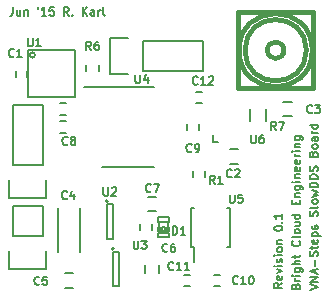
<source format=gto>
G04 #@! TF.FileFunction,Legend,Top*
%FSLAX46Y46*%
G04 Gerber Fmt 4.6, Leading zero omitted, Abs format (unit mm)*
G04 Created by KiCad (PCBNEW (after 2015-mar-04 BZR unknown)-product) date Sat 20 Jun 2015 01:48:00 AM EDT*
%MOMM*%
G01*
G04 APERTURE LIST*
%ADD10C,0.100000*%
%ADD11C,0.150000*%
%ADD12C,0.381000*%
G04 APERTURE END LIST*
D10*
D11*
X119250002Y-61866667D02*
X119250002Y-62366667D01*
X119216668Y-62466667D01*
X119150002Y-62533333D01*
X119050002Y-62566667D01*
X118983335Y-62566667D01*
X119883335Y-62100000D02*
X119883335Y-62566667D01*
X119583335Y-62100000D02*
X119583335Y-62466667D01*
X119616668Y-62533333D01*
X119683335Y-62566667D01*
X119783335Y-62566667D01*
X119850001Y-62533333D01*
X119883335Y-62500000D01*
X120216668Y-62100000D02*
X120216668Y-62566667D01*
X120216668Y-62166667D02*
X120250001Y-62133333D01*
X120316668Y-62100000D01*
X120416668Y-62100000D01*
X120483334Y-62133333D01*
X120516668Y-62200000D01*
X120516668Y-62566667D01*
X121416667Y-61866667D02*
X121350000Y-62000000D01*
X122083333Y-62566667D02*
X121683333Y-62566667D01*
X121883333Y-62566667D02*
X121883333Y-61866667D01*
X121816667Y-61966667D01*
X121750000Y-62033333D01*
X121683333Y-62066667D01*
X122716667Y-61866667D02*
X122383334Y-61866667D01*
X122350000Y-62200000D01*
X122383334Y-62166667D01*
X122450000Y-62133333D01*
X122616667Y-62133333D01*
X122683334Y-62166667D01*
X122716667Y-62200000D01*
X122750000Y-62266667D01*
X122750000Y-62433333D01*
X122716667Y-62500000D01*
X122683334Y-62533333D01*
X122616667Y-62566667D01*
X122450000Y-62566667D01*
X122383334Y-62533333D01*
X122350000Y-62500000D01*
X123983334Y-62566667D02*
X123750000Y-62233333D01*
X123583334Y-62566667D02*
X123583334Y-61866667D01*
X123850000Y-61866667D01*
X123916667Y-61900000D01*
X123950000Y-61933333D01*
X123983334Y-62000000D01*
X123983334Y-62100000D01*
X123950000Y-62166667D01*
X123916667Y-62200000D01*
X123850000Y-62233333D01*
X123583334Y-62233333D01*
X124283334Y-62500000D02*
X124316667Y-62533333D01*
X124283334Y-62566667D01*
X124250000Y-62533333D01*
X124283334Y-62500000D01*
X124283334Y-62566667D01*
X125150000Y-62566667D02*
X125150000Y-61866667D01*
X125550000Y-62566667D02*
X125250000Y-62166667D01*
X125550000Y-61866667D02*
X125150000Y-62266667D01*
X126150000Y-62566667D02*
X126150000Y-62200000D01*
X126116666Y-62133333D01*
X126050000Y-62100000D01*
X125916666Y-62100000D01*
X125850000Y-62133333D01*
X126150000Y-62533333D02*
X126083333Y-62566667D01*
X125916666Y-62566667D01*
X125850000Y-62533333D01*
X125816666Y-62466667D01*
X125816666Y-62400000D01*
X125850000Y-62333333D01*
X125916666Y-62300000D01*
X126083333Y-62300000D01*
X126150000Y-62266667D01*
X126483333Y-62566667D02*
X126483333Y-62100000D01*
X126483333Y-62233333D02*
X126516666Y-62166667D01*
X126549999Y-62133333D01*
X126616666Y-62100000D01*
X126683333Y-62100000D01*
X127016666Y-62566667D02*
X126949999Y-62533333D01*
X126916666Y-62466667D01*
X126916666Y-61866667D01*
X142066667Y-85199999D02*
X141733333Y-85433333D01*
X142066667Y-85599999D02*
X141366667Y-85599999D01*
X141366667Y-85333333D01*
X141400000Y-85266666D01*
X141433333Y-85233333D01*
X141500000Y-85199999D01*
X141600000Y-85199999D01*
X141666667Y-85233333D01*
X141700000Y-85266666D01*
X141733333Y-85333333D01*
X141733333Y-85599999D01*
X142033333Y-84633333D02*
X142066667Y-84699999D01*
X142066667Y-84833333D01*
X142033333Y-84899999D01*
X141966667Y-84933333D01*
X141700000Y-84933333D01*
X141633333Y-84899999D01*
X141600000Y-84833333D01*
X141600000Y-84699999D01*
X141633333Y-84633333D01*
X141700000Y-84599999D01*
X141766667Y-84599999D01*
X141833333Y-84933333D01*
X141600000Y-84366666D02*
X142066667Y-84199999D01*
X141600000Y-84033333D01*
X142066667Y-83766666D02*
X141600000Y-83766666D01*
X141366667Y-83766666D02*
X141400000Y-83800000D01*
X141433333Y-83766666D01*
X141400000Y-83733333D01*
X141366667Y-83766666D01*
X141433333Y-83766666D01*
X142033333Y-83466667D02*
X142066667Y-83400000D01*
X142066667Y-83266667D01*
X142033333Y-83200000D01*
X141966667Y-83166667D01*
X141933333Y-83166667D01*
X141866667Y-83200000D01*
X141833333Y-83266667D01*
X141833333Y-83366667D01*
X141800000Y-83433333D01*
X141733333Y-83466667D01*
X141700000Y-83466667D01*
X141633333Y-83433333D01*
X141600000Y-83366667D01*
X141600000Y-83266667D01*
X141633333Y-83200000D01*
X142066667Y-82866666D02*
X141600000Y-82866666D01*
X141366667Y-82866666D02*
X141400000Y-82900000D01*
X141433333Y-82866666D01*
X141400000Y-82833333D01*
X141366667Y-82866666D01*
X141433333Y-82866666D01*
X142066667Y-82433333D02*
X142033333Y-82500000D01*
X142000000Y-82533333D01*
X141933333Y-82566667D01*
X141733333Y-82566667D01*
X141666667Y-82533333D01*
X141633333Y-82500000D01*
X141600000Y-82433333D01*
X141600000Y-82333333D01*
X141633333Y-82266667D01*
X141666667Y-82233333D01*
X141733333Y-82200000D01*
X141933333Y-82200000D01*
X142000000Y-82233333D01*
X142033333Y-82266667D01*
X142066667Y-82333333D01*
X142066667Y-82433333D01*
X141600000Y-81900000D02*
X142066667Y-81900000D01*
X141666667Y-81900000D02*
X141633333Y-81866667D01*
X141600000Y-81800000D01*
X141600000Y-81700000D01*
X141633333Y-81633334D01*
X141700000Y-81600000D01*
X142066667Y-81600000D01*
X141366667Y-80600001D02*
X141366667Y-80533334D01*
X141400000Y-80466668D01*
X141433333Y-80433334D01*
X141500000Y-80400001D01*
X141633333Y-80366668D01*
X141800000Y-80366668D01*
X141933333Y-80400001D01*
X142000000Y-80433334D01*
X142033333Y-80466668D01*
X142066667Y-80533334D01*
X142066667Y-80600001D01*
X142033333Y-80666668D01*
X142000000Y-80700001D01*
X141933333Y-80733334D01*
X141800000Y-80766668D01*
X141633333Y-80766668D01*
X141500000Y-80733334D01*
X141433333Y-80700001D01*
X141400000Y-80666668D01*
X141366667Y-80600001D01*
X142000000Y-80066667D02*
X142033333Y-80033334D01*
X142066667Y-80066667D01*
X142033333Y-80100001D01*
X142000000Y-80066667D01*
X142066667Y-80066667D01*
X142066667Y-79366668D02*
X142066667Y-79766668D01*
X142066667Y-79566668D02*
X141366667Y-79566668D01*
X141466667Y-79633334D01*
X141533333Y-79700001D01*
X141566667Y-79766668D01*
X143200000Y-85483330D02*
X143233333Y-85383330D01*
X143266667Y-85349997D01*
X143333333Y-85316663D01*
X143433333Y-85316663D01*
X143500000Y-85349997D01*
X143533333Y-85383330D01*
X143566667Y-85449997D01*
X143566667Y-85716663D01*
X142866667Y-85716663D01*
X142866667Y-85483330D01*
X142900000Y-85416663D01*
X142933333Y-85383330D01*
X143000000Y-85349997D01*
X143066667Y-85349997D01*
X143133333Y-85383330D01*
X143166667Y-85416663D01*
X143200000Y-85483330D01*
X143200000Y-85716663D01*
X143566667Y-85016663D02*
X143100000Y-85016663D01*
X143233333Y-85016663D02*
X143166667Y-84983330D01*
X143133333Y-84949997D01*
X143100000Y-84883330D01*
X143100000Y-84816663D01*
X143566667Y-84583330D02*
X143100000Y-84583330D01*
X142866667Y-84583330D02*
X142900000Y-84616664D01*
X142933333Y-84583330D01*
X142900000Y-84549997D01*
X142866667Y-84583330D01*
X142933333Y-84583330D01*
X143100000Y-83949997D02*
X143666667Y-83949997D01*
X143733333Y-83983331D01*
X143766667Y-84016664D01*
X143800000Y-84083331D01*
X143800000Y-84183331D01*
X143766667Y-84249997D01*
X143533333Y-83949997D02*
X143566667Y-84016664D01*
X143566667Y-84149997D01*
X143533333Y-84216664D01*
X143500000Y-84249997D01*
X143433333Y-84283331D01*
X143233333Y-84283331D01*
X143166667Y-84249997D01*
X143133333Y-84216664D01*
X143100000Y-84149997D01*
X143100000Y-84016664D01*
X143133333Y-83949997D01*
X143566667Y-83616664D02*
X142866667Y-83616664D01*
X143566667Y-83316664D02*
X143200000Y-83316664D01*
X143133333Y-83349998D01*
X143100000Y-83416664D01*
X143100000Y-83516664D01*
X143133333Y-83583331D01*
X143166667Y-83616664D01*
X143100000Y-83083331D02*
X143100000Y-82816665D01*
X142866667Y-82983331D02*
X143466667Y-82983331D01*
X143533333Y-82949998D01*
X143566667Y-82883331D01*
X143566667Y-82816665D01*
X143500000Y-81649998D02*
X143533333Y-81683332D01*
X143566667Y-81783332D01*
X143566667Y-81849998D01*
X143533333Y-81949998D01*
X143466667Y-82016665D01*
X143400000Y-82049998D01*
X143266667Y-82083332D01*
X143166667Y-82083332D01*
X143033333Y-82049998D01*
X142966667Y-82016665D01*
X142900000Y-81949998D01*
X142866667Y-81849998D01*
X142866667Y-81783332D01*
X142900000Y-81683332D01*
X142933333Y-81649998D01*
X143566667Y-81249998D02*
X143533333Y-81316665D01*
X143466667Y-81349998D01*
X142866667Y-81349998D01*
X143566667Y-80883331D02*
X143533333Y-80949998D01*
X143500000Y-80983331D01*
X143433333Y-81016665D01*
X143233333Y-81016665D01*
X143166667Y-80983331D01*
X143133333Y-80949998D01*
X143100000Y-80883331D01*
X143100000Y-80783331D01*
X143133333Y-80716665D01*
X143166667Y-80683331D01*
X143233333Y-80649998D01*
X143433333Y-80649998D01*
X143500000Y-80683331D01*
X143533333Y-80716665D01*
X143566667Y-80783331D01*
X143566667Y-80883331D01*
X143100000Y-80049998D02*
X143566667Y-80049998D01*
X143100000Y-80349998D02*
X143466667Y-80349998D01*
X143533333Y-80316665D01*
X143566667Y-80249998D01*
X143566667Y-80149998D01*
X143533333Y-80083332D01*
X143500000Y-80049998D01*
X143566667Y-79416665D02*
X142866667Y-79416665D01*
X143533333Y-79416665D02*
X143566667Y-79483332D01*
X143566667Y-79616665D01*
X143533333Y-79683332D01*
X143500000Y-79716665D01*
X143433333Y-79749999D01*
X143233333Y-79749999D01*
X143166667Y-79716665D01*
X143133333Y-79683332D01*
X143100000Y-79616665D01*
X143100000Y-79483332D01*
X143133333Y-79416665D01*
X143200000Y-78549999D02*
X143200000Y-78316666D01*
X143566667Y-78216666D02*
X143566667Y-78549999D01*
X142866667Y-78549999D01*
X142866667Y-78216666D01*
X143100000Y-77916666D02*
X143566667Y-77916666D01*
X143166667Y-77916666D02*
X143133333Y-77883333D01*
X143100000Y-77816666D01*
X143100000Y-77716666D01*
X143133333Y-77650000D01*
X143200000Y-77616666D01*
X143566667Y-77616666D01*
X143100000Y-76983333D02*
X143666667Y-76983333D01*
X143733333Y-77016667D01*
X143766667Y-77050000D01*
X143800000Y-77116667D01*
X143800000Y-77216667D01*
X143766667Y-77283333D01*
X143533333Y-76983333D02*
X143566667Y-77050000D01*
X143566667Y-77183333D01*
X143533333Y-77250000D01*
X143500000Y-77283333D01*
X143433333Y-77316667D01*
X143233333Y-77316667D01*
X143166667Y-77283333D01*
X143133333Y-77250000D01*
X143100000Y-77183333D01*
X143100000Y-77050000D01*
X143133333Y-76983333D01*
X143566667Y-76650000D02*
X143100000Y-76650000D01*
X142866667Y-76650000D02*
X142900000Y-76683334D01*
X142933333Y-76650000D01*
X142900000Y-76616667D01*
X142866667Y-76650000D01*
X142933333Y-76650000D01*
X143100000Y-76316667D02*
X143566667Y-76316667D01*
X143166667Y-76316667D02*
X143133333Y-76283334D01*
X143100000Y-76216667D01*
X143100000Y-76116667D01*
X143133333Y-76050001D01*
X143200000Y-76016667D01*
X143566667Y-76016667D01*
X143533333Y-75416668D02*
X143566667Y-75483334D01*
X143566667Y-75616668D01*
X143533333Y-75683334D01*
X143466667Y-75716668D01*
X143200000Y-75716668D01*
X143133333Y-75683334D01*
X143100000Y-75616668D01*
X143100000Y-75483334D01*
X143133333Y-75416668D01*
X143200000Y-75383334D01*
X143266667Y-75383334D01*
X143333333Y-75716668D01*
X143533333Y-74816668D02*
X143566667Y-74883334D01*
X143566667Y-75016668D01*
X143533333Y-75083334D01*
X143466667Y-75116668D01*
X143200000Y-75116668D01*
X143133333Y-75083334D01*
X143100000Y-75016668D01*
X143100000Y-74883334D01*
X143133333Y-74816668D01*
X143200000Y-74783334D01*
X143266667Y-74783334D01*
X143333333Y-75116668D01*
X143566667Y-74483334D02*
X143100000Y-74483334D01*
X143233333Y-74483334D02*
X143166667Y-74450001D01*
X143133333Y-74416668D01*
X143100000Y-74350001D01*
X143100000Y-74283334D01*
X143566667Y-74050001D02*
X143100000Y-74050001D01*
X142866667Y-74050001D02*
X142900000Y-74083335D01*
X142933333Y-74050001D01*
X142900000Y-74016668D01*
X142866667Y-74050001D01*
X142933333Y-74050001D01*
X143100000Y-73716668D02*
X143566667Y-73716668D01*
X143166667Y-73716668D02*
X143133333Y-73683335D01*
X143100000Y-73616668D01*
X143100000Y-73516668D01*
X143133333Y-73450002D01*
X143200000Y-73416668D01*
X143566667Y-73416668D01*
X143100000Y-72783335D02*
X143666667Y-72783335D01*
X143733333Y-72816669D01*
X143766667Y-72850002D01*
X143800000Y-72916669D01*
X143800000Y-73016669D01*
X143766667Y-73083335D01*
X143533333Y-72783335D02*
X143566667Y-72850002D01*
X143566667Y-72983335D01*
X143533333Y-73050002D01*
X143500000Y-73083335D01*
X143433333Y-73116669D01*
X143233333Y-73116669D01*
X143166667Y-73083335D01*
X143133333Y-73050002D01*
X143100000Y-72983335D01*
X143100000Y-72850002D01*
X143133333Y-72783335D01*
X144366667Y-85799999D02*
X145066667Y-85566666D01*
X144366667Y-85333333D01*
X145066667Y-85099999D02*
X144366667Y-85099999D01*
X145066667Y-84699999D01*
X144366667Y-84699999D01*
X144866667Y-84400000D02*
X144866667Y-84066666D01*
X145066667Y-84466666D02*
X144366667Y-84233333D01*
X145066667Y-84000000D01*
X144800000Y-83766666D02*
X144800000Y-83233333D01*
X145033333Y-82933333D02*
X145066667Y-82833333D01*
X145066667Y-82666666D01*
X145033333Y-82599999D01*
X145000000Y-82566666D01*
X144933333Y-82533333D01*
X144866667Y-82533333D01*
X144800000Y-82566666D01*
X144766667Y-82599999D01*
X144733333Y-82666666D01*
X144700000Y-82799999D01*
X144666667Y-82866666D01*
X144633333Y-82899999D01*
X144566667Y-82933333D01*
X144500000Y-82933333D01*
X144433333Y-82899999D01*
X144400000Y-82866666D01*
X144366667Y-82799999D01*
X144366667Y-82633333D01*
X144400000Y-82533333D01*
X144600000Y-82333332D02*
X144600000Y-82066666D01*
X144366667Y-82233332D02*
X144966667Y-82233332D01*
X145033333Y-82199999D01*
X145066667Y-82133332D01*
X145066667Y-82066666D01*
X145033333Y-81566666D02*
X145066667Y-81633332D01*
X145066667Y-81766666D01*
X145033333Y-81833332D01*
X144966667Y-81866666D01*
X144700000Y-81866666D01*
X144633333Y-81833332D01*
X144600000Y-81766666D01*
X144600000Y-81633332D01*
X144633333Y-81566666D01*
X144700000Y-81533332D01*
X144766667Y-81533332D01*
X144833333Y-81866666D01*
X144600000Y-81233332D02*
X145300000Y-81233332D01*
X144633333Y-81233332D02*
X144600000Y-81166666D01*
X144600000Y-81033332D01*
X144633333Y-80966666D01*
X144666667Y-80933332D01*
X144733333Y-80899999D01*
X144933333Y-80899999D01*
X145000000Y-80933332D01*
X145033333Y-80966666D01*
X145066667Y-81033332D01*
X145066667Y-81166666D01*
X145033333Y-81233332D01*
X145033333Y-80633333D02*
X145066667Y-80566666D01*
X145066667Y-80433333D01*
X145033333Y-80366666D01*
X144966667Y-80333333D01*
X144933333Y-80333333D01*
X144866667Y-80366666D01*
X144833333Y-80433333D01*
X144833333Y-80533333D01*
X144800000Y-80599999D01*
X144733333Y-80633333D01*
X144700000Y-80633333D01*
X144633333Y-80599999D01*
X144600000Y-80533333D01*
X144600000Y-80433333D01*
X144633333Y-80366666D01*
X145033333Y-79533333D02*
X145066667Y-79433333D01*
X145066667Y-79266666D01*
X145033333Y-79199999D01*
X145000000Y-79166666D01*
X144933333Y-79133333D01*
X144866667Y-79133333D01*
X144800000Y-79166666D01*
X144766667Y-79199999D01*
X144733333Y-79266666D01*
X144700000Y-79399999D01*
X144666667Y-79466666D01*
X144633333Y-79499999D01*
X144566667Y-79533333D01*
X144500000Y-79533333D01*
X144433333Y-79499999D01*
X144400000Y-79466666D01*
X144366667Y-79399999D01*
X144366667Y-79233333D01*
X144400000Y-79133333D01*
X145066667Y-78733332D02*
X145033333Y-78799999D01*
X144966667Y-78833332D01*
X144366667Y-78833332D01*
X145066667Y-78366665D02*
X145033333Y-78433332D01*
X145000000Y-78466665D01*
X144933333Y-78499999D01*
X144733333Y-78499999D01*
X144666667Y-78466665D01*
X144633333Y-78433332D01*
X144600000Y-78366665D01*
X144600000Y-78266665D01*
X144633333Y-78199999D01*
X144666667Y-78166665D01*
X144733333Y-78133332D01*
X144933333Y-78133332D01*
X145000000Y-78166665D01*
X145033333Y-78199999D01*
X145066667Y-78266665D01*
X145066667Y-78366665D01*
X144600000Y-77899999D02*
X145066667Y-77766666D01*
X144733333Y-77633332D01*
X145066667Y-77499999D01*
X144600000Y-77366666D01*
X145066667Y-77099999D02*
X144366667Y-77099999D01*
X144366667Y-76933333D01*
X144400000Y-76833333D01*
X144466667Y-76766666D01*
X144533333Y-76733333D01*
X144666667Y-76699999D01*
X144766667Y-76699999D01*
X144900000Y-76733333D01*
X144966667Y-76766666D01*
X145033333Y-76833333D01*
X145066667Y-76933333D01*
X145066667Y-77099999D01*
X145066667Y-76399999D02*
X144366667Y-76399999D01*
X144366667Y-76233333D01*
X144400000Y-76133333D01*
X144466667Y-76066666D01*
X144533333Y-76033333D01*
X144666667Y-75999999D01*
X144766667Y-75999999D01*
X144900000Y-76033333D01*
X144966667Y-76066666D01*
X145033333Y-76133333D01*
X145066667Y-76233333D01*
X145066667Y-76399999D01*
X145033333Y-75733333D02*
X145066667Y-75633333D01*
X145066667Y-75466666D01*
X145033333Y-75399999D01*
X145000000Y-75366666D01*
X144933333Y-75333333D01*
X144866667Y-75333333D01*
X144800000Y-75366666D01*
X144766667Y-75399999D01*
X144733333Y-75466666D01*
X144700000Y-75599999D01*
X144666667Y-75666666D01*
X144633333Y-75699999D01*
X144566667Y-75733333D01*
X144500000Y-75733333D01*
X144433333Y-75699999D01*
X144400000Y-75666666D01*
X144366667Y-75599999D01*
X144366667Y-75433333D01*
X144400000Y-75333333D01*
X144700000Y-74266666D02*
X144733333Y-74166666D01*
X144766667Y-74133333D01*
X144833333Y-74099999D01*
X144933333Y-74099999D01*
X145000000Y-74133333D01*
X145033333Y-74166666D01*
X145066667Y-74233333D01*
X145066667Y-74499999D01*
X144366667Y-74499999D01*
X144366667Y-74266666D01*
X144400000Y-74199999D01*
X144433333Y-74166666D01*
X144500000Y-74133333D01*
X144566667Y-74133333D01*
X144633333Y-74166666D01*
X144666667Y-74199999D01*
X144700000Y-74266666D01*
X144700000Y-74499999D01*
X145066667Y-73699999D02*
X145033333Y-73766666D01*
X145000000Y-73799999D01*
X144933333Y-73833333D01*
X144733333Y-73833333D01*
X144666667Y-73799999D01*
X144633333Y-73766666D01*
X144600000Y-73699999D01*
X144600000Y-73599999D01*
X144633333Y-73533333D01*
X144666667Y-73499999D01*
X144733333Y-73466666D01*
X144933333Y-73466666D01*
X145000000Y-73499999D01*
X145033333Y-73533333D01*
X145066667Y-73599999D01*
X145066667Y-73699999D01*
X145066667Y-72866666D02*
X144700000Y-72866666D01*
X144633333Y-72900000D01*
X144600000Y-72966666D01*
X144600000Y-73100000D01*
X144633333Y-73166666D01*
X145033333Y-72866666D02*
X145066667Y-72933333D01*
X145066667Y-73100000D01*
X145033333Y-73166666D01*
X144966667Y-73200000D01*
X144900000Y-73200000D01*
X144833333Y-73166666D01*
X144800000Y-73100000D01*
X144800000Y-72933333D01*
X144766667Y-72866666D01*
X145066667Y-72533333D02*
X144600000Y-72533333D01*
X144733333Y-72533333D02*
X144666667Y-72500000D01*
X144633333Y-72466667D01*
X144600000Y-72400000D01*
X144600000Y-72333333D01*
X145066667Y-71800000D02*
X144366667Y-71800000D01*
X145033333Y-71800000D02*
X145066667Y-71866667D01*
X145066667Y-72000000D01*
X145033333Y-72066667D01*
X145000000Y-72100000D01*
X144933333Y-72133334D01*
X144733333Y-72133334D01*
X144666667Y-72100000D01*
X144633333Y-72066667D01*
X144600000Y-72000000D01*
X144600000Y-71866667D01*
X144633333Y-71800000D01*
X120475000Y-67750000D02*
X120475000Y-67250000D01*
X119525000Y-67250000D02*
X119525000Y-67750000D01*
X137650000Y-73900000D02*
X138350000Y-73900000D01*
X138350000Y-75100000D02*
X137650000Y-75100000D01*
X142850000Y-71100000D02*
X142150000Y-71100000D01*
X142150000Y-69900000D02*
X142850000Y-69900000D01*
X123100000Y-82600000D02*
X123100000Y-78900000D01*
X124900000Y-82600000D02*
X124900000Y-78900000D01*
X124350000Y-85600000D02*
X123650000Y-85600000D01*
X123650000Y-84400000D02*
X124350000Y-84400000D01*
X131600000Y-83650000D02*
X131600000Y-84350000D01*
X130400000Y-84350000D02*
X130400000Y-83650000D01*
X130650000Y-77900000D02*
X131350000Y-77900000D01*
X131350000Y-79100000D02*
X130650000Y-79100000D01*
X123250000Y-72475000D02*
X123750000Y-72475000D01*
X123750000Y-71525000D02*
X123250000Y-71525000D01*
X134975000Y-72250000D02*
X134975000Y-71750000D01*
X134025000Y-71750000D02*
X134025000Y-72250000D01*
X136750000Y-84525000D02*
X136250000Y-84525000D01*
X136250000Y-85475000D02*
X136750000Y-85475000D01*
X134250000Y-84525000D02*
X133750000Y-84525000D01*
X133750000Y-85475000D02*
X134250000Y-85475000D01*
X134750000Y-69975000D02*
X135250000Y-69975000D01*
X135250000Y-69025000D02*
X134750000Y-69025000D01*
X131550420Y-80949580D02*
X132449580Y-80949580D01*
X132449580Y-80949580D02*
X132449580Y-81348360D01*
X131550420Y-81348360D02*
X132449580Y-81348360D01*
X131550420Y-80949580D02*
X131550420Y-81348360D01*
X131550420Y-79651640D02*
X132449580Y-79651640D01*
X132449580Y-79651640D02*
X132449580Y-80050420D01*
X131550420Y-80050420D02*
X132449580Y-80050420D01*
X131550420Y-79651640D02*
X131550420Y-80050420D01*
X131550420Y-80500000D02*
X131700280Y-80500000D01*
X131700280Y-80500000D02*
X131700280Y-80799720D01*
X131550420Y-80799720D02*
X131700280Y-80799720D01*
X131550420Y-80500000D02*
X131550420Y-80799720D01*
X132299720Y-80500000D02*
X132449580Y-80500000D01*
X132449580Y-80500000D02*
X132449580Y-80799720D01*
X132299720Y-80799720D02*
X132449580Y-80799720D01*
X132299720Y-80500000D02*
X132299720Y-80799720D01*
X131850140Y-80500000D02*
X132149860Y-80500000D01*
X132149860Y-80500000D02*
X132149860Y-80799720D01*
X131850140Y-80799720D02*
X132149860Y-80799720D01*
X131850140Y-80500000D02*
X131850140Y-80799720D01*
X131601220Y-80949580D02*
X131601220Y-80050420D01*
X132398780Y-80949580D02*
X132398780Y-80050420D01*
X119230000Y-81230000D02*
X119230000Y-78690000D01*
X118950000Y-84050000D02*
X118950000Y-82500000D01*
X119230000Y-81230000D02*
X121770000Y-81230000D01*
X122050000Y-82500000D02*
X122050000Y-84050000D01*
X122050000Y-84050000D02*
X118950000Y-84050000D01*
X121770000Y-81230000D02*
X121770000Y-78690000D01*
X121770000Y-78690000D02*
X119230000Y-78690000D01*
X130270000Y-67270000D02*
X135350000Y-67270000D01*
X135350000Y-67270000D02*
X135350000Y-64730000D01*
X135350000Y-64730000D02*
X130270000Y-64730000D01*
X127450000Y-64450000D02*
X129000000Y-64450000D01*
X130270000Y-64730000D02*
X130270000Y-67270000D01*
X129000000Y-67550000D02*
X127450000Y-67550000D01*
X127450000Y-67550000D02*
X127450000Y-64450000D01*
X121770000Y-75230000D02*
X121770000Y-70150000D01*
X121770000Y-70150000D02*
X119230000Y-70150000D01*
X119230000Y-70150000D02*
X119230000Y-75230000D01*
X118950000Y-78050000D02*
X118950000Y-76500000D01*
X119230000Y-75230000D02*
X121770000Y-75230000D01*
X122050000Y-76500000D02*
X122050000Y-78050000D01*
X122050000Y-78050000D02*
X118950000Y-78050000D01*
D12*
X142200000Y-65500000D02*
G75*
G03X142200000Y-65500000I-700000J0D01*
G01*
X144100000Y-65500000D02*
G75*
G03X144100000Y-65500000I-2600000J0D01*
G01*
X144600000Y-65500000D02*
G75*
G03X144600000Y-65500000I-3100000J0D01*
G01*
X138300000Y-62300000D02*
X138300000Y-68700000D01*
X138300000Y-62300000D02*
X144700000Y-62300000D01*
X144700000Y-62300000D02*
X144700000Y-68700000D01*
X144700000Y-68700000D02*
X138300000Y-68700000D01*
D11*
X135525000Y-76250000D02*
X135525000Y-75750000D01*
X134475000Y-75750000D02*
X134475000Y-76250000D01*
X129975000Y-80250000D02*
X129975000Y-80750000D01*
X131025000Y-80750000D02*
X131025000Y-80250000D01*
X123750000Y-69975000D02*
X123250000Y-69975000D01*
X123250000Y-71025000D02*
X123750000Y-71025000D01*
X125475000Y-66750000D02*
X125475000Y-67250000D01*
X126525000Y-67250000D02*
X126525000Y-66750000D01*
X139325000Y-71500000D02*
X139325000Y-70500000D01*
X140675000Y-70500000D02*
X140675000Y-71500000D01*
X121123607Y-65900000D02*
G75*
G03X121123607Y-65900000I-223607J0D01*
G01*
X124500000Y-65500000D02*
X120500000Y-65500000D01*
X120500000Y-65500000D02*
X120500000Y-69500000D01*
X120500000Y-69500000D02*
X124500000Y-69500000D01*
X124500000Y-69500000D02*
X124500000Y-65500000D01*
X127300000Y-78300000D02*
G75*
G03X127300000Y-78300000I-100000J0D01*
G01*
X127750000Y-78550000D02*
X127250000Y-78550000D01*
X127750000Y-81450000D02*
X127750000Y-78550000D01*
X127250000Y-81450000D02*
X127750000Y-81450000D01*
X127250000Y-78550000D02*
X127250000Y-81450000D01*
X127800000Y-82300000D02*
G75*
G03X127800000Y-82300000I-100000J0D01*
G01*
X128250000Y-82550000D02*
X127750000Y-82550000D01*
X128250000Y-85450000D02*
X128250000Y-82550000D01*
X127750000Y-85450000D02*
X128250000Y-85450000D01*
X127750000Y-82550000D02*
X127750000Y-85450000D01*
X126775000Y-75375000D02*
X131225000Y-75375000D01*
X125250000Y-68625000D02*
X131225000Y-68625000D01*
X134325000Y-82175000D02*
X134625000Y-82175000D01*
X134325000Y-78825000D02*
X134625000Y-78825000D01*
X137675000Y-78825000D02*
X137375000Y-78825000D01*
X137675000Y-82175000D02*
X137375000Y-82175000D01*
X134325000Y-82175000D02*
X134325000Y-78825000D01*
X137675000Y-82175000D02*
X137675000Y-78825000D01*
X134625000Y-82175000D02*
X134625000Y-83400000D01*
X136169040Y-72660780D02*
X136169040Y-73270380D01*
X136169040Y-73270380D02*
X136600840Y-73280540D01*
X119333334Y-66000000D02*
X119300000Y-66033333D01*
X119200000Y-66066667D01*
X119133334Y-66066667D01*
X119033334Y-66033333D01*
X118966667Y-65966667D01*
X118933334Y-65900000D01*
X118900000Y-65766667D01*
X118900000Y-65666667D01*
X118933334Y-65533333D01*
X118966667Y-65466667D01*
X119033334Y-65400000D01*
X119133334Y-65366667D01*
X119200000Y-65366667D01*
X119300000Y-65400000D01*
X119333334Y-65433333D01*
X120000000Y-66066667D02*
X119600000Y-66066667D01*
X119800000Y-66066667D02*
X119800000Y-65366667D01*
X119733334Y-65466667D01*
X119666667Y-65533333D01*
X119600000Y-65566667D01*
X137783334Y-76200000D02*
X137750000Y-76233333D01*
X137650000Y-76266667D01*
X137583334Y-76266667D01*
X137483334Y-76233333D01*
X137416667Y-76166667D01*
X137383334Y-76100000D01*
X137350000Y-75966667D01*
X137350000Y-75866667D01*
X137383334Y-75733333D01*
X137416667Y-75666667D01*
X137483334Y-75600000D01*
X137583334Y-75566667D01*
X137650000Y-75566667D01*
X137750000Y-75600000D01*
X137783334Y-75633333D01*
X138050000Y-75633333D02*
X138083334Y-75600000D01*
X138150000Y-75566667D01*
X138316667Y-75566667D01*
X138383334Y-75600000D01*
X138416667Y-75633333D01*
X138450000Y-75700000D01*
X138450000Y-75766667D01*
X138416667Y-75866667D01*
X138016667Y-76266667D01*
X138450000Y-76266667D01*
X144583334Y-70750000D02*
X144550000Y-70783333D01*
X144450000Y-70816667D01*
X144383334Y-70816667D01*
X144283334Y-70783333D01*
X144216667Y-70716667D01*
X144183334Y-70650000D01*
X144150000Y-70516667D01*
X144150000Y-70416667D01*
X144183334Y-70283333D01*
X144216667Y-70216667D01*
X144283334Y-70150000D01*
X144383334Y-70116667D01*
X144450000Y-70116667D01*
X144550000Y-70150000D01*
X144583334Y-70183333D01*
X144816667Y-70116667D02*
X145250000Y-70116667D01*
X145016667Y-70383333D01*
X145116667Y-70383333D01*
X145183334Y-70416667D01*
X145216667Y-70450000D01*
X145250000Y-70516667D01*
X145250000Y-70683333D01*
X145216667Y-70750000D01*
X145183334Y-70783333D01*
X145116667Y-70816667D01*
X144916667Y-70816667D01*
X144850000Y-70783333D01*
X144816667Y-70750000D01*
X123833334Y-78050000D02*
X123800000Y-78083333D01*
X123700000Y-78116667D01*
X123633334Y-78116667D01*
X123533334Y-78083333D01*
X123466667Y-78016667D01*
X123433334Y-77950000D01*
X123400000Y-77816667D01*
X123400000Y-77716667D01*
X123433334Y-77583333D01*
X123466667Y-77516667D01*
X123533334Y-77450000D01*
X123633334Y-77416667D01*
X123700000Y-77416667D01*
X123800000Y-77450000D01*
X123833334Y-77483333D01*
X124433334Y-77650000D02*
X124433334Y-78116667D01*
X124266667Y-77383333D02*
X124100000Y-77883333D01*
X124533334Y-77883333D01*
X121483334Y-85300000D02*
X121450000Y-85333333D01*
X121350000Y-85366667D01*
X121283334Y-85366667D01*
X121183334Y-85333333D01*
X121116667Y-85266667D01*
X121083334Y-85200000D01*
X121050000Y-85066667D01*
X121050000Y-84966667D01*
X121083334Y-84833333D01*
X121116667Y-84766667D01*
X121183334Y-84700000D01*
X121283334Y-84666667D01*
X121350000Y-84666667D01*
X121450000Y-84700000D01*
X121483334Y-84733333D01*
X122116667Y-84666667D02*
X121783334Y-84666667D01*
X121750000Y-85000000D01*
X121783334Y-84966667D01*
X121850000Y-84933333D01*
X122016667Y-84933333D01*
X122083334Y-84966667D01*
X122116667Y-85000000D01*
X122150000Y-85066667D01*
X122150000Y-85233333D01*
X122116667Y-85300000D01*
X122083334Y-85333333D01*
X122016667Y-85366667D01*
X121850000Y-85366667D01*
X121783334Y-85333333D01*
X121750000Y-85300000D01*
X132333334Y-82500000D02*
X132300000Y-82533333D01*
X132200000Y-82566667D01*
X132133334Y-82566667D01*
X132033334Y-82533333D01*
X131966667Y-82466667D01*
X131933334Y-82400000D01*
X131900000Y-82266667D01*
X131900000Y-82166667D01*
X131933334Y-82033333D01*
X131966667Y-81966667D01*
X132033334Y-81900000D01*
X132133334Y-81866667D01*
X132200000Y-81866667D01*
X132300000Y-81900000D01*
X132333334Y-81933333D01*
X132933334Y-81866667D02*
X132800000Y-81866667D01*
X132733334Y-81900000D01*
X132700000Y-81933333D01*
X132633334Y-82033333D01*
X132600000Y-82166667D01*
X132600000Y-82433333D01*
X132633334Y-82500000D01*
X132666667Y-82533333D01*
X132733334Y-82566667D01*
X132866667Y-82566667D01*
X132933334Y-82533333D01*
X132966667Y-82500000D01*
X133000000Y-82433333D01*
X133000000Y-82266667D01*
X132966667Y-82200000D01*
X132933334Y-82166667D01*
X132866667Y-82133333D01*
X132733334Y-82133333D01*
X132666667Y-82166667D01*
X132633334Y-82200000D01*
X132600000Y-82266667D01*
X130933334Y-77450000D02*
X130900000Y-77483333D01*
X130800000Y-77516667D01*
X130733334Y-77516667D01*
X130633334Y-77483333D01*
X130566667Y-77416667D01*
X130533334Y-77350000D01*
X130500000Y-77216667D01*
X130500000Y-77116667D01*
X130533334Y-76983333D01*
X130566667Y-76916667D01*
X130633334Y-76850000D01*
X130733334Y-76816667D01*
X130800000Y-76816667D01*
X130900000Y-76850000D01*
X130933334Y-76883333D01*
X131166667Y-76816667D02*
X131633334Y-76816667D01*
X131333334Y-77516667D01*
X123883334Y-73450000D02*
X123850000Y-73483333D01*
X123750000Y-73516667D01*
X123683334Y-73516667D01*
X123583334Y-73483333D01*
X123516667Y-73416667D01*
X123483334Y-73350000D01*
X123450000Y-73216667D01*
X123450000Y-73116667D01*
X123483334Y-72983333D01*
X123516667Y-72916667D01*
X123583334Y-72850000D01*
X123683334Y-72816667D01*
X123750000Y-72816667D01*
X123850000Y-72850000D01*
X123883334Y-72883333D01*
X124283334Y-73116667D02*
X124216667Y-73083333D01*
X124183334Y-73050000D01*
X124150000Y-72983333D01*
X124150000Y-72950000D01*
X124183334Y-72883333D01*
X124216667Y-72850000D01*
X124283334Y-72816667D01*
X124416667Y-72816667D01*
X124483334Y-72850000D01*
X124516667Y-72883333D01*
X124550000Y-72950000D01*
X124550000Y-72983333D01*
X124516667Y-73050000D01*
X124483334Y-73083333D01*
X124416667Y-73116667D01*
X124283334Y-73116667D01*
X124216667Y-73150000D01*
X124183334Y-73183333D01*
X124150000Y-73250000D01*
X124150000Y-73383333D01*
X124183334Y-73450000D01*
X124216667Y-73483333D01*
X124283334Y-73516667D01*
X124416667Y-73516667D01*
X124483334Y-73483333D01*
X124516667Y-73450000D01*
X124550000Y-73383333D01*
X124550000Y-73250000D01*
X124516667Y-73183333D01*
X124483334Y-73150000D01*
X124416667Y-73116667D01*
X134383334Y-74050000D02*
X134350000Y-74083333D01*
X134250000Y-74116667D01*
X134183334Y-74116667D01*
X134083334Y-74083333D01*
X134016667Y-74016667D01*
X133983334Y-73950000D01*
X133950000Y-73816667D01*
X133950000Y-73716667D01*
X133983334Y-73583333D01*
X134016667Y-73516667D01*
X134083334Y-73450000D01*
X134183334Y-73416667D01*
X134250000Y-73416667D01*
X134350000Y-73450000D01*
X134383334Y-73483333D01*
X134716667Y-74116667D02*
X134850000Y-74116667D01*
X134916667Y-74083333D01*
X134950000Y-74050000D01*
X135016667Y-73950000D01*
X135050000Y-73816667D01*
X135050000Y-73550000D01*
X135016667Y-73483333D01*
X134983334Y-73450000D01*
X134916667Y-73416667D01*
X134783334Y-73416667D01*
X134716667Y-73450000D01*
X134683334Y-73483333D01*
X134650000Y-73550000D01*
X134650000Y-73716667D01*
X134683334Y-73783333D01*
X134716667Y-73816667D01*
X134783334Y-73850000D01*
X134916667Y-73850000D01*
X134983334Y-73816667D01*
X135016667Y-73783333D01*
X135050000Y-73716667D01*
X138300000Y-85250000D02*
X138266666Y-85283333D01*
X138166666Y-85316667D01*
X138100000Y-85316667D01*
X138000000Y-85283333D01*
X137933333Y-85216667D01*
X137900000Y-85150000D01*
X137866666Y-85016667D01*
X137866666Y-84916667D01*
X137900000Y-84783333D01*
X137933333Y-84716667D01*
X138000000Y-84650000D01*
X138100000Y-84616667D01*
X138166666Y-84616667D01*
X138266666Y-84650000D01*
X138300000Y-84683333D01*
X138966666Y-85316667D02*
X138566666Y-85316667D01*
X138766666Y-85316667D02*
X138766666Y-84616667D01*
X138700000Y-84716667D01*
X138633333Y-84783333D01*
X138566666Y-84816667D01*
X139400000Y-84616667D02*
X139466667Y-84616667D01*
X139533333Y-84650000D01*
X139566667Y-84683333D01*
X139600000Y-84750000D01*
X139633333Y-84883333D01*
X139633333Y-85050000D01*
X139600000Y-85183333D01*
X139566667Y-85250000D01*
X139533333Y-85283333D01*
X139466667Y-85316667D01*
X139400000Y-85316667D01*
X139333333Y-85283333D01*
X139300000Y-85250000D01*
X139266667Y-85183333D01*
X139233333Y-85050000D01*
X139233333Y-84883333D01*
X139266667Y-84750000D01*
X139300000Y-84683333D01*
X139333333Y-84650000D01*
X139400000Y-84616667D01*
X132850000Y-84050000D02*
X132816666Y-84083333D01*
X132716666Y-84116667D01*
X132650000Y-84116667D01*
X132550000Y-84083333D01*
X132483333Y-84016667D01*
X132450000Y-83950000D01*
X132416666Y-83816667D01*
X132416666Y-83716667D01*
X132450000Y-83583333D01*
X132483333Y-83516667D01*
X132550000Y-83450000D01*
X132650000Y-83416667D01*
X132716666Y-83416667D01*
X132816666Y-83450000D01*
X132850000Y-83483333D01*
X133516666Y-84116667D02*
X133116666Y-84116667D01*
X133316666Y-84116667D02*
X133316666Y-83416667D01*
X133250000Y-83516667D01*
X133183333Y-83583333D01*
X133116666Y-83616667D01*
X134183333Y-84116667D02*
X133783333Y-84116667D01*
X133983333Y-84116667D02*
X133983333Y-83416667D01*
X133916667Y-83516667D01*
X133850000Y-83583333D01*
X133783333Y-83616667D01*
X134900000Y-68350000D02*
X134866666Y-68383333D01*
X134766666Y-68416667D01*
X134700000Y-68416667D01*
X134600000Y-68383333D01*
X134533333Y-68316667D01*
X134500000Y-68250000D01*
X134466666Y-68116667D01*
X134466666Y-68016667D01*
X134500000Y-67883333D01*
X134533333Y-67816667D01*
X134600000Y-67750000D01*
X134700000Y-67716667D01*
X134766666Y-67716667D01*
X134866666Y-67750000D01*
X134900000Y-67783333D01*
X135566666Y-68416667D02*
X135166666Y-68416667D01*
X135366666Y-68416667D02*
X135366666Y-67716667D01*
X135300000Y-67816667D01*
X135233333Y-67883333D01*
X135166666Y-67916667D01*
X135833333Y-67783333D02*
X135866667Y-67750000D01*
X135933333Y-67716667D01*
X136100000Y-67716667D01*
X136166667Y-67750000D01*
X136200000Y-67783333D01*
X136233333Y-67850000D01*
X136233333Y-67916667D01*
X136200000Y-68016667D01*
X135800000Y-68416667D01*
X136233333Y-68416667D01*
X132783334Y-81116667D02*
X132783334Y-80416667D01*
X132950000Y-80416667D01*
X133050000Y-80450000D01*
X133116667Y-80516667D01*
X133150000Y-80583333D01*
X133183334Y-80716667D01*
X133183334Y-80816667D01*
X133150000Y-80950000D01*
X133116667Y-81016667D01*
X133050000Y-81083333D01*
X132950000Y-81116667D01*
X132783334Y-81116667D01*
X133850000Y-81116667D02*
X133450000Y-81116667D01*
X133650000Y-81116667D02*
X133650000Y-80416667D01*
X133583334Y-80516667D01*
X133516667Y-80583333D01*
X133450000Y-80616667D01*
X136333334Y-76816667D02*
X136100000Y-76483333D01*
X135933334Y-76816667D02*
X135933334Y-76116667D01*
X136200000Y-76116667D01*
X136266667Y-76150000D01*
X136300000Y-76183333D01*
X136333334Y-76250000D01*
X136333334Y-76350000D01*
X136300000Y-76416667D01*
X136266667Y-76450000D01*
X136200000Y-76483333D01*
X135933334Y-76483333D01*
X137000000Y-76816667D02*
X136600000Y-76816667D01*
X136800000Y-76816667D02*
X136800000Y-76116667D01*
X136733334Y-76216667D01*
X136666667Y-76283333D01*
X136600000Y-76316667D01*
X125883334Y-65466667D02*
X125650000Y-65133333D01*
X125483334Y-65466667D02*
X125483334Y-64766667D01*
X125750000Y-64766667D01*
X125816667Y-64800000D01*
X125850000Y-64833333D01*
X125883334Y-64900000D01*
X125883334Y-65000000D01*
X125850000Y-65066667D01*
X125816667Y-65100000D01*
X125750000Y-65133333D01*
X125483334Y-65133333D01*
X126483334Y-64766667D02*
X126350000Y-64766667D01*
X126283334Y-64800000D01*
X126250000Y-64833333D01*
X126183334Y-64933333D01*
X126150000Y-65066667D01*
X126150000Y-65333333D01*
X126183334Y-65400000D01*
X126216667Y-65433333D01*
X126283334Y-65466667D01*
X126416667Y-65466667D01*
X126483334Y-65433333D01*
X126516667Y-65400000D01*
X126550000Y-65333333D01*
X126550000Y-65166667D01*
X126516667Y-65100000D01*
X126483334Y-65066667D01*
X126416667Y-65033333D01*
X126283334Y-65033333D01*
X126216667Y-65066667D01*
X126183334Y-65100000D01*
X126150000Y-65166667D01*
X141533334Y-72266667D02*
X141300000Y-71933333D01*
X141133334Y-72266667D02*
X141133334Y-71566667D01*
X141400000Y-71566667D01*
X141466667Y-71600000D01*
X141500000Y-71633333D01*
X141533334Y-71700000D01*
X141533334Y-71800000D01*
X141500000Y-71866667D01*
X141466667Y-71900000D01*
X141400000Y-71933333D01*
X141133334Y-71933333D01*
X141766667Y-71566667D02*
X142233334Y-71566667D01*
X141933334Y-72266667D01*
X120516667Y-64466667D02*
X120516667Y-65033333D01*
X120550000Y-65100000D01*
X120583333Y-65133333D01*
X120650000Y-65166667D01*
X120783333Y-65166667D01*
X120850000Y-65133333D01*
X120883333Y-65100000D01*
X120916667Y-65033333D01*
X120916667Y-64466667D01*
X121616666Y-65166667D02*
X121216666Y-65166667D01*
X121416666Y-65166667D02*
X121416666Y-64466667D01*
X121350000Y-64566667D01*
X121283333Y-64633333D01*
X121216666Y-64666667D01*
X126916667Y-77116667D02*
X126916667Y-77683333D01*
X126950000Y-77750000D01*
X126983333Y-77783333D01*
X127050000Y-77816667D01*
X127183333Y-77816667D01*
X127250000Y-77783333D01*
X127283333Y-77750000D01*
X127316667Y-77683333D01*
X127316667Y-77116667D01*
X127616666Y-77183333D02*
X127650000Y-77150000D01*
X127716666Y-77116667D01*
X127883333Y-77116667D01*
X127950000Y-77150000D01*
X127983333Y-77183333D01*
X128016666Y-77250000D01*
X128016666Y-77316667D01*
X127983333Y-77416667D01*
X127583333Y-77816667D01*
X128016666Y-77816667D01*
X129466667Y-81616667D02*
X129466667Y-82183333D01*
X129500000Y-82250000D01*
X129533333Y-82283333D01*
X129600000Y-82316667D01*
X129733333Y-82316667D01*
X129800000Y-82283333D01*
X129833333Y-82250000D01*
X129866667Y-82183333D01*
X129866667Y-81616667D01*
X130133333Y-81616667D02*
X130566666Y-81616667D01*
X130333333Y-81883333D01*
X130433333Y-81883333D01*
X130500000Y-81916667D01*
X130533333Y-81950000D01*
X130566666Y-82016667D01*
X130566666Y-82183333D01*
X130533333Y-82250000D01*
X130500000Y-82283333D01*
X130433333Y-82316667D01*
X130233333Y-82316667D01*
X130166666Y-82283333D01*
X130133333Y-82250000D01*
X129616667Y-67566667D02*
X129616667Y-68133333D01*
X129650000Y-68200000D01*
X129683333Y-68233333D01*
X129750000Y-68266667D01*
X129883333Y-68266667D01*
X129950000Y-68233333D01*
X129983333Y-68200000D01*
X130016667Y-68133333D01*
X130016667Y-67566667D01*
X130650000Y-67800000D02*
X130650000Y-68266667D01*
X130483333Y-67533333D02*
X130316666Y-68033333D01*
X130750000Y-68033333D01*
X137616667Y-77716667D02*
X137616667Y-78283333D01*
X137650000Y-78350000D01*
X137683333Y-78383333D01*
X137750000Y-78416667D01*
X137883333Y-78416667D01*
X137950000Y-78383333D01*
X137983333Y-78350000D01*
X138016667Y-78283333D01*
X138016667Y-77716667D01*
X138683333Y-77716667D02*
X138350000Y-77716667D01*
X138316666Y-78050000D01*
X138350000Y-78016667D01*
X138416666Y-77983333D01*
X138583333Y-77983333D01*
X138650000Y-78016667D01*
X138683333Y-78050000D01*
X138716666Y-78116667D01*
X138716666Y-78283333D01*
X138683333Y-78350000D01*
X138650000Y-78383333D01*
X138583333Y-78416667D01*
X138416666Y-78416667D01*
X138350000Y-78383333D01*
X138316666Y-78350000D01*
X139416667Y-72666667D02*
X139416667Y-73233333D01*
X139450000Y-73300000D01*
X139483333Y-73333333D01*
X139550000Y-73366667D01*
X139683333Y-73366667D01*
X139750000Y-73333333D01*
X139783333Y-73300000D01*
X139816667Y-73233333D01*
X139816667Y-72666667D01*
X140450000Y-72666667D02*
X140316666Y-72666667D01*
X140250000Y-72700000D01*
X140216666Y-72733333D01*
X140150000Y-72833333D01*
X140116666Y-72966667D01*
X140116666Y-73233333D01*
X140150000Y-73300000D01*
X140183333Y-73333333D01*
X140250000Y-73366667D01*
X140383333Y-73366667D01*
X140450000Y-73333333D01*
X140483333Y-73300000D01*
X140516666Y-73233333D01*
X140516666Y-73066667D01*
X140483333Y-73000000D01*
X140450000Y-72966667D01*
X140383333Y-72933333D01*
X140250000Y-72933333D01*
X140183333Y-72966667D01*
X140150000Y-73000000D01*
X140116666Y-73066667D01*
M02*

</source>
